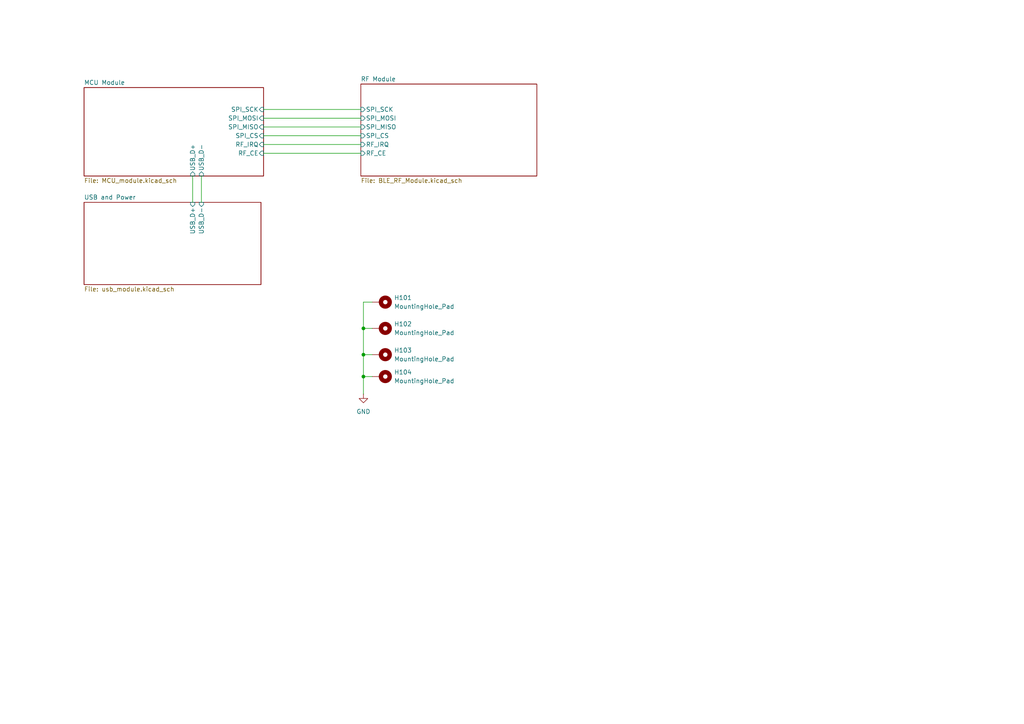
<source format=kicad_sch>
(kicad_sch (version 20231120) (generator "eeschema") (generator_version "8.0")
  (paper "A4")
  (lib_symbols
    (symbol "Mechanical:MountingHole_Pad" (pin_numbers hide) (pin_names (offset 1.016) hide) (exclude_from_sim yes) (in_bom no)
      (property "Reference" "H" (at 0 6.35 0))
      (property "Value" "MountingHole_Pad" (at 0 4.445 0))
      (symbol "MountingHole_Pad_0_1"
        (circle (center 0 1.27) (radius 1.27) (stroke (width 1.27)))
      )
      (symbol "MountingHole_Pad_1_1"
        (pin input line (at 0 -2.54 90) (length 2.54) (name "1") (number "1"))
      )
    )
    (symbol "power:GND" (power) (pin_numbers hide) (pin_names (offset 0) hide)
      (property "Value" "GND" (at 0 -3.81 0))
      (symbol "GND_0_1"
        (polyline (pts (xy 0 0) (xy 0 -1.27) (xy 1.27 -1.27) (xy 0 -2.54) (xy -1.27 -1.27) (xy 0 -1.27)))
      )
      (symbol "GND_1_1"
        (pin power_in line (at 0 0 270) (length 0) (name "~") (number "1"))
      )
    )
  )
  (junction (at 105.41 102.87))
  (junction (at 105.41 109.22))
  (junction (at 105.41 95.25))
  (wire (pts (xy 105.41 87.63) (xy 105.41 95.25)))
  (wire (pts (xy 105.41 95.25) (xy 105.41 102.87)))
  (wire (pts (xy 76.454 31.75) (xy 104.648 31.75)))
  (wire (pts (xy 107.95 87.63) (xy 105.41 87.63)))
  (wire (pts (xy 105.41 109.22) (xy 105.41 114.3)))
  (wire (pts (xy 76.454 44.45) (xy 104.648 44.45)))
  (wire (pts (xy 76.454 34.29) (xy 104.648 34.29)))
  (wire (pts (xy 105.41 102.87) (xy 105.41 109.22)))
  (wire (pts (xy 105.41 95.25) (xy 107.95 95.25)))
  (wire (pts (xy 76.454 36.83) (xy 104.648 36.83)))
  (wire (pts (xy 55.88 51.054) (xy 55.88 58.674)))
  (wire (pts (xy 76.454 39.37) (xy 104.648 39.37)))
  (wire (pts (xy 105.41 109.22) (xy 107.95 109.22)))
  (wire (pts (xy 105.41 102.87) (xy 107.95 102.87)))
  (wire (pts (xy 58.42 51.054) (xy 58.42 58.674)))
  (wire (pts (xy 76.454 41.91) (xy 104.648 41.91)))
  (symbol (lib_id "Mechanical:MountingHole_Pad") (at 110.49 87.63 270) (unit 1) (exclude_from_sim yes) (in_bom no)
    (property "Reference" "H101" (at 114.3 86.3599 90) (effects (justify left)))
    (property "Value" "MountingHole_Pad" (at 114.3 88.8999 90) (effects (justify left)))
    (property "Footprint" "MountingHole:MountingHole_2.2mm_M2_Pad" (effects (hide yes)))
    (property "Description" "Mounting Hole with connection" (effects (hide yes)))
  )
  (symbol (lib_id "power:GND") (at 105.41 114.3 0) (unit 1)
    (property "Reference" "#PWR0101" (effects (hide yes)))
    (property "Value" "GND" (at 105.41 119.38 0))
    (property "Description" "Power symbol creates a global label with name \"GND\" , ground" (effects (hide yes)))
  )
  (symbol (lib_id "Mechanical:MountingHole_Pad") (at 110.49 95.25 270) (unit 1) (exclude_from_sim yes) (in_bom no)
    (property "Reference" "H102" (at 114.3 93.9799 90) (effects (justify left)))
    (property "Value" "MountingHole_Pad" (at 114.3 96.5199 90) (effects (justify left)))
    (property "Footprint" "MountingHole:MountingHole_2.2mm_M2_Pad" (effects (hide yes)))
    (property "Description" "Mounting Hole with connection" (effects (hide yes)))
  )
  (symbol (lib_id "Mechanical:MountingHole_Pad") (at 110.49 102.87 270) (unit 1) (exclude_from_sim yes) (in_bom no)
    (property "Reference" "H103" (at 114.3 101.5999 90) (effects (justify left)))
    (property "Value" "MountingHole_Pad" (at 114.3 104.1399 90) (effects (justify left)))
    (property "Footprint" "MountingHole:MountingHole_2.2mm_M2_Pad" (effects (hide yes)))
    (property "Description" "Mounting Hole with connection" (effects (hide yes)))
  )
  (symbol (lib_id "Mechanical:MountingHole_Pad") (at 110.49 109.22 270) (unit 1) (exclude_from_sim yes) (in_bom no)
    (property "Reference" "H104" (at 114.3 107.9499 90) (effects (justify left)))
    (property "Value" "MountingHole_Pad" (at 114.3 110.4899 90) (effects (justify left)))
    (property "Footprint" "MountingHole:MountingHole_2.2mm_M2_Pad" (effects (hide yes)))
    (property "Description" "Mounting Hole with connection" (effects (hide yes)))
  )
  (sheet (at 24.384 58.674) (size 51.308 23.876) (stroke (width 0.1524))
    (property "Sheetname" "USB and Power" (at 24.384 57.9624 0) (effects (justify left bottom)))
    (property "Sheetfile" "usb_module.kicad_sch" (at 24.384 83.1346 0) (effects (justify left top)))
    (pin "USB_D+" input (at 55.88 58.674 90))
    (pin "USB_D-" input (at 58.42 58.674 90))
  )
  (sheet (at 24.384 25.4) (size 52.07 25.654) (stroke (width 0.1524))
    (property "Sheetname" "MCU Module" (at 24.384 24.6884 0) (effects (justify left bottom)))
    (property "Sheetfile" "MCU_module.kicad_sch" (at 24.384 51.6386 0) (effects (justify left top)))
    (pin "SPI_MOSI" input (at 76.454 34.29 0))
    (pin "SPI_SCK" input (at 76.454 31.75 0))
    (pin "SPI_MISO" input (at 76.454 36.83 0))
    (pin "SPI_CS" input (at 76.454 39.37 0))
    (pin "RF_CE" input (at 76.454 44.45 0))
    (pin "RF_IRQ" input (at 76.454 41.91 0))
    (pin "USB_D+" input (at 55.88 51.054 270))
    (pin "USB_D-" input (at 58.42 51.054 270))
  )
  (sheet (at 104.648 24.384) (size 51.054 26.67) (stroke (width 0.1524))
    (property "Sheetname" "RF Module" (at 104.648 23.6724 0) (effects (justify left bottom)))
    (property "Sheetfile" "BLE_RF_Module.kicad_sch" (at 104.648 51.6386 0) (effects (justify left top)))
    (pin "SPI_MISO" input (at 104.648 36.83 180))
    (pin "SPI_SCK" input (at 104.648 31.75 180))
    (pin "SPI_CS" input (at 104.648 39.37 180))
    (pin "RF_IRQ" input (at 104.648 41.91 180))
    (pin "RF_CE" input (at 104.648 44.45 180))
    (pin "SPI_MOSI" input (at 104.648 34.29 180))
  )
)
</source>
